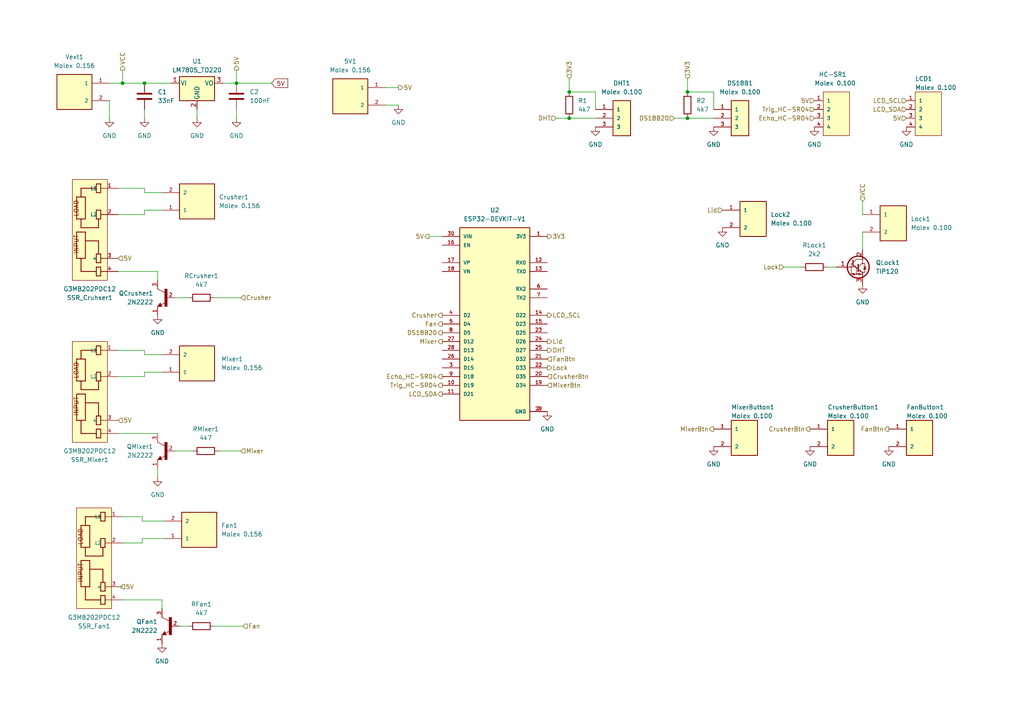
<source format=kicad_sch>
(kicad_sch (version 20230121) (generator eeschema)
  (paper "A4")
  (lib_symbols
    (symbol "2N2222:2N2222" (pin_names (offset 1.016))
      (property "Reference" "Q" (at -10.16 7.62 0))
      (property "Value" "2N2222" (at -10.16 -7.62 0))
      (symbol "2N2222_0_0"
        (rectangle (start -0.254 -2.54) (end 0.508 2.54) (stroke (width 0.1)) (fill (type outline)))
        (polyline (pts (xy 1.27 -2.54) (xy 1.778 -1.524)) (stroke (width 0.1524)))
        (polyline (pts (xy 1.524 -2.413) (xy 2.286 -2.413)) (stroke (width 0.254)))
        (polyline (pts (xy 1.524 -2.286) (xy 1.905 -2.286)) (stroke (width 0.254)))
        (polyline (pts (xy 1.54 -2.04) (xy 0.308 -1.424)) (stroke (width 0.1524)))
        (polyline (pts (xy 1.778 -1.778) (xy 1.524 -2.286)) (stroke (width 0.254)))
        (polyline (pts (xy 1.778 -1.524) (xy 2.54 -2.54)) (stroke (width 0.1524)))
        (polyline (pts (xy 1.905 -2.286) (xy 1.778 -2.032)) (stroke (width 0.254)))
        (polyline (pts (xy 2.286 -2.413) (xy 1.778 -1.778)) (stroke (width 0.254)))
        (polyline (pts (xy 2.54 -2.54) (xy 1.27 -2.54)) (stroke (width 0.1524)))
        (polyline (pts (xy 2.54 2.54) (xy 0.508 1.524)) (stroke (width 0.1524)))
        (pin passive line (at 2.54 -5.08 90) (length 2.54) (name "~") (number "1"))
        (pin passive line (at -2.54 0 0) (length 2.54) (name "~") (number "2"))
        (pin passive line (at 2.54 5.08 270) (length 2.54) (name "~") (number "3"))
      )
    )
    (symbol "Conectores_Molex:Molex_100_2pines" (pin_names (offset 1.016))
      (property "Reference" "P" (at 0 5.086 0))
      (property "Value" "Molex 0.100" (at 0 -7.624 0))
      (symbol "Molex_100_2pines_0_0"
        (rectangle (start 0 5.08) (end 7.62 -5.08) (stroke (width 0.254)) (fill (type background)))
        (pin passive line (at -5.08 2.54 0) (length 5.08) (name "1") (number "1"))
        (pin passive line (at -5.08 -2.54 0) (length 5.08) (name "2") (number "2"))
      )
    )
    (symbol "Conectores_Molex:Molex_100_3pines" (pin_names (offset 1.016))
      (property "Reference" "J" (at -2.5438 5.5964 0))
      (property "Value" "Molex 0.100" (at -2.5433 -7.1213 0))
      (symbol "Molex_100_3pines_0_0"
        (rectangle (start -2.54 -5.08) (end 2.54 5.08) (stroke (width 0.254)) (fill (type background)))
        (pin passive line (at 7.62 2.54 180) (length 5.08) (name "1") (number "1"))
        (pin passive line (at 7.62 0 180) (length 5.08) (name "2") (number "2"))
        (pin passive line (at 7.62 -2.54 180) (length 5.08) (name "3") (number "3"))
      )
    )
    (symbol "Conectores_Molex:Molex_100_4pines" (pin_names (offset 1.016))
      (property "Reference" "J" (at -3.0498 5.5914 0))
      (property "Value" "Molex 0.100" (at -2.5406 -10.1625 0))
      (symbol "Molex_100_4pines_0_0"
        (rectangle (start -2.54 5.08) (end 5.08 -7.62) (stroke (width 0.1524)) (fill (type background)))
        (pin passive line (at -5.08 2.54 0) (length 2.54) (name "1") (number "1"))
        (pin passive line (at -5.08 0 0) (length 2.54) (name "2") (number "2"))
        (pin passive line (at -5.08 -2.54 0) (length 2.54) (name "3") (number "3"))
        (pin passive line (at -5.08 -5.08 0) (length 2.54) (name "4") (number "4"))
      )
    )
    (symbol "Conectores_Molex:Molex_156_2pines" (pin_names (offset 1.016))
      (property "Reference" "J" (at -5.0839 5.3381 0))
      (property "Value" "Molex 0.156" (at -5.0864 -7.6295 0))
      (symbol "Molex_156_2pines_0_0"
        (rectangle (start -5.08 -5.08) (end 5.08 5.08) (stroke (width 0.254)) (fill (type background)))
        (pin passive line (at 10.16 2.54 180) (length 5.08) (name "1") (number "1"))
        (pin passive line (at 10.16 -2.54 180) (length 5.08) (name "2") (number "2"))
      )
    )
    (symbol "Device:C" (pin_numbers hide) (pin_names (offset 0.254))
      (property "Reference" "C" (at 0.635 2.54 0))
      (property "Value" "C" (at 0.635 -2.54 0))
      (symbol "C_0_1"
        (polyline (pts (xy -2.032 -0.762) (xy 2.032 -0.762)) (stroke (width 0.508)))
        (polyline (pts (xy -2.032 0.762) (xy 2.032 0.762)) (stroke (width 0.508)))
      )
      (symbol "C_1_1"
        (pin passive line (at 0 3.81 270) (length 2.794) (name "~") (number "1"))
        (pin passive line (at 0 -3.81 90) (length 2.794) (name "~") (number "2"))
      )
    )
    (symbol "Device:R" (pin_numbers hide) (pin_names (offset 0))
      (property "Reference" "R" (at 2.032 0 90))
      (property "Value" "R" (at 0 0 90))
      (symbol "R_0_1"
        (rectangle (start -1.016 -2.54) (end 1.016 2.54) (stroke (width 0.254)))
      )
      (symbol "R_1_1"
        (pin passive line (at 0 3.81 270) (length 1.27) (name "~") (number "1"))
        (pin passive line (at 0 -3.81 90) (length 1.27) (name "~") (number "2"))
      )
    )
    (symbol "ESP32-DEVKIT-V1:ESP32-DEVKIT-V1" (pin_names (offset 1.016))
      (property "Reference" "U" (at -10.16 30.48 0))
      (property "Value" "ESP32-DEVKIT-V1" (at -10.16 -30.48 0))
      (symbol "ESP32-DEVKIT-V1_0_0"
        (rectangle (start -10.16 -27.94) (end 10.16 27.94) (stroke (width 0.254)) (fill (type background)))
        (pin output line (at 15.24 25.4 180) (length 5.08) (name "3V3") (number "1"))
        (pin bidirectional line (at -15.24 -17.78 0) (length 5.08) (name "D19") (number "10"))
        (pin bidirectional line (at -15.24 -20.32 0) (length 5.08) (name "D21") (number "11"))
        (pin input line (at 15.24 17.78 180) (length 5.08) (name "RX0") (number "12"))
        (pin output line (at 15.24 15.24 180) (length 5.08) (name "TX0") (number "13"))
        (pin bidirectional line (at 15.24 2.54 180) (length 5.08) (name "D22") (number "14"))
        (pin bidirectional line (at 15.24 0 180) (length 5.08) (name "D23") (number "15"))
        (pin input line (at -15.24 22.86 0) (length 5.08) (name "EN") (number "16"))
        (pin bidirectional line (at -15.24 17.78 0) (length 5.08) (name "VP") (number "17"))
        (pin bidirectional line (at -15.24 15.24 0) (length 5.08) (name "VN") (number "18"))
        (pin bidirectional line (at 15.24 -17.78 180) (length 5.08) (name "D34") (number "19"))
        (pin power_in line (at 15.24 -25.4 180) (length 5.08) (name "GND") (number "2"))
        (pin bidirectional line (at 15.24 -15.24 180) (length 5.08) (name "D35") (number "20"))
        (pin bidirectional line (at 15.24 -10.16 180) (length 5.08) (name "D32") (number "21"))
        (pin bidirectional line (at 15.24 -12.7 180) (length 5.08) (name "D33") (number "22"))
        (pin bidirectional line (at 15.24 -2.54 180) (length 5.08) (name "D25") (number "23"))
        (pin bidirectional line (at 15.24 -5.08 180) (length 5.08) (name "D26") (number "24"))
        (pin bidirectional line (at 15.24 -7.62 180) (length 5.08) (name "D27") (number "25"))
        (pin bidirectional line (at -15.24 -10.16 0) (length 5.08) (name "D14") (number "26"))
        (pin bidirectional line (at -15.24 -5.08 0) (length 5.08) (name "D12") (number "27"))
        (pin bidirectional line (at -15.24 -7.62 0) (length 5.08) (name "D13") (number "28"))
        (pin power_in line (at 15.24 -25.4 180) (length 5.08) (name "GND") (number "29"))
        (pin bidirectional line (at -15.24 -12.7 0) (length 5.08) (name "D15") (number "3"))
        (pin input line (at -15.24 25.4 0) (length 5.08) (name "VIN") (number "30"))
        (pin bidirectional line (at -15.24 2.54 0) (length 5.08) (name "D2") (number "4"))
        (pin bidirectional line (at -15.24 0 0) (length 5.08) (name "D4") (number "5"))
        (pin input line (at 15.24 10.16 180) (length 5.08) (name "RX2") (number "6"))
        (pin output line (at 15.24 7.62 180) (length 5.08) (name "TX2") (number "7"))
        (pin bidirectional line (at -15.24 -2.54 0) (length 5.08) (name "D5") (number "8"))
        (pin bidirectional line (at -15.24 -15.24 0) (length 5.08) (name "D18") (number "9"))
      )
    )
    (symbol "G3MB202PDC12:G3MB202PDC12" (pin_names (offset 1.016))
      (property "Reference" "K" (at -4.4639 5.7277 0))
      (property "Value" "G3MB202PDC12" (at -4.4727 -7.0055 0))
      (symbol "G3MB202PDC12_0_0"
        (rectangle (start -15.24 -5.08) (end 13.97 5.08) (stroke (width 0.1524)) (fill (type background)))
        (polyline (pts (xy -13.97 1.905) (xy -13.97 3.175)) (stroke (width 0.254)))
        (polyline (pts (xy -13.97 3.175) (xy -11.43 3.175)) (stroke (width 0.254)))
        (polyline (pts (xy -12.7 1.905) (xy -13.97 1.905)) (stroke (width 0.254)))
        (polyline (pts (xy -12.7 1.905) (xy -12.7 -2.54)) (stroke (width 0.254)))
        (polyline (pts (xy -11.43 1.905) (xy -12.7 1.905)) (stroke (width 0.254)))
        (polyline (pts (xy -11.43 3.175) (xy -11.43 1.905)) (stroke (width 0.254)))
        (polyline (pts (xy -10.16 1.905) (xy -10.16 3.175)) (stroke (width 0.254)))
        (polyline (pts (xy -10.16 3.175) (xy -7.62 3.175)) (stroke (width 0.254)))
        (polyline (pts (xy -8.89 -3.81) (xy -8.89 -2.54)) (stroke (width 0.254)))
        (polyline (pts (xy -8.89 -2.54) (xy -12.7 -2.54)) (stroke (width 0.254)))
        (polyline (pts (xy -8.89 -2.54) (xy -8.89 -1.27)) (stroke (width 0.254)))
        (polyline (pts (xy -8.89 -1.27) (xy -3.81 -1.27)) (stroke (width 0.254)))
        (polyline (pts (xy -7.62 1.905) (xy -10.16 1.905)) (stroke (width 0.254)))
        (polyline (pts (xy -7.62 3.175) (xy -7.62 1.905)) (stroke (width 0.254)))
        (polyline (pts (xy -3.81 -1.27) (xy -3.81 2.54)) (stroke (width 0.254)))
        (polyline (pts (xy -3.81 -1.27) (xy -1.27 -1.27)) (stroke (width 0.254)))
        (polyline (pts (xy -3.81 2.54) (xy -7.62 2.54)) (stroke (width 0.254)))
        (polyline (pts (xy -1.27 -3.81) (xy -8.89 -3.81)) (stroke (width 0.254)))
        (polyline (pts (xy -1.27 -1.27) (xy -1.27 -3.81)) (stroke (width 0.254)))
        (polyline (pts (xy 0 -2.54) (xy 0 2.54)) (stroke (width 0.254)))
        (polyline (pts (xy 0 2.54) (xy 2.54 2.54)) (stroke (width 0.254)))
        (polyline (pts (xy 2.54 -3.81) (xy 8.89 -3.81)) (stroke (width 0.254)))
        (polyline (pts (xy 2.54 -2.54) (xy 0 -2.54)) (stroke (width 0.254)))
        (polyline (pts (xy 2.54 -2.54) (xy 2.54 -3.81)) (stroke (width 0.254)))
        (polyline (pts (xy 2.54 -1.27) (xy 2.54 -2.54)) (stroke (width 0.254)))
        (polyline (pts (xy 2.54 1.905) (xy 5.08 1.905)) (stroke (width 0.254)))
        (polyline (pts (xy 2.54 3.175) (xy 2.54 1.905)) (stroke (width 0.254)))
        (polyline (pts (xy 5.08 1.905) (xy 5.08 3.175)) (stroke (width 0.254)))
        (polyline (pts (xy 5.08 3.175) (xy 2.54 3.175)) (stroke (width 0.254)))
        (polyline (pts (xy 8.89 -3.81) (xy 8.89 -2.54)) (stroke (width 0.254)))
        (polyline (pts (xy 8.89 -2.54) (xy 8.89 -1.27)) (stroke (width 0.254)))
        (polyline (pts (xy 8.89 -2.54) (xy 11.43 -2.54)) (stroke (width 0.254)))
        (polyline (pts (xy 8.89 -1.27) (xy 2.54 -1.27)) (stroke (width 0.254)))
        (polyline (pts (xy 10.16 1.905) (xy 11.43 1.905)) (stroke (width 0.254)))
        (polyline (pts (xy 10.16 3.175) (xy 10.16 1.905)) (stroke (width 0.254)))
        (polyline (pts (xy 11.43 1.905) (xy 11.43 -2.54)) (stroke (width 0.254)))
        (polyline (pts (xy 11.43 1.905) (xy 12.7 1.905)) (stroke (width 0.254)))
        (polyline (pts (xy 12.7 1.905) (xy 12.7 3.175)) (stroke (width 0.254)))
        (polyline (pts (xy 12.7 3.175) (xy 10.16 3.175)) (stroke (width 0.254)))
        (text "INPUT" (at -7.6613 -3.1828 0) (effects (font (size 1.2758 1.2758)) (justify left bottom)))
        (text "LOAD" (at 3.187 -3.1766 0) (effects (font (size 1.2727 1.2727)) (justify left bottom)))
        (pin power_in line (at 11.43 8.255 270) (length 5.08) (name "L1") (number "1"))
        (pin power_in line (at 3.81 8.255 270) (length 5.08) (name "L2") (number "2"))
        (pin power_in line (at -8.89 8.255 270) (length 5.08) (name "+") (number "3"))
        (pin power_in line (at -12.7 8.255 270) (length 5.08) (name "-") (number "4"))
      )
    )
    (symbol "Regulator_Linear:LM7805_TO220" (pin_names (offset 0.254))
      (property "Reference" "U" (at -3.81 3.175 0))
      (property "Value" "LM7805_TO220" (at 0 3.175 0))
      (symbol "LM7805_TO220_0_1"
        (rectangle (start -5.08 1.905) (end 5.08 -5.08) (stroke (width 0.254)) (fill (type background)))
      )
      (symbol "LM7805_TO220_1_1"
        (pin power_in line (at -7.62 0 0) (length 2.54) (name "VI") (number "1"))
        (pin power_in line (at 0 -7.62 90) (length 2.54) (name "GND") (number "2"))
        (pin power_out line (at 7.62 0 180) (length 2.54) (name "VO") (number "3"))
      )
    )
    (symbol "Transistor_BJT:TIP120" (pin_names (offset 0) hide)
      (property "Reference" "Q" (at 5.08 1.905 0))
      (property "Value" "TIP120" (at 5.08 0 0))
      (symbol "TIP120_0_1"
        (circle (center -0.762 0) (radius 0.127))
        (polyline (pts (xy -1.27 0) (xy -0.889 0)))
        (polyline (pts (xy 2.54 -2.032) (xy 2.54 -2.54)))
        (polyline (pts (xy 2.54 -1.524) (xy 3.175 -1.524)))
        (polyline (pts (xy 2.794 0.127) (xy 3.556 0.127)))
        (polyline (pts (xy 3.175 -0.635) (xy 3.175 -1.524)))
        (polyline (pts (xy 3.175 1.016) (xy 2.54 1.016)))
        (polyline (pts (xy 3.175 1.016) (xy 3.175 0.127)))
        (polyline (pts (xy -0.254 0.762) (xy 0.762 -0.254) (xy 1.27 -0.254)))
        (polyline (pts (xy -0.254 1.016) (xy -0.762 1.016) (xy -0.762 -2.032)))
        (polyline (pts (xy -0.254 1.27) (xy 0.762 2.286) (xy 2.54 2.286)))
        (polyline (pts (xy -0.254 2.032) (xy -0.254 0) (xy -0.254 0)) (stroke (width 0.3048)))
        (polyline (pts (xy 1.27 0.762) (xy 1.27 -1.27) (xy 1.27 -1.27)) (stroke (width 0.381)))
        (polyline (pts (xy 0.635 -0.127) (xy 0.381 0.381) (xy 0.127 0.127) (xy 0.635 -0.127)))
        (polyline (pts (xy 1.27 -0.508) (xy 2.286 -1.524) (xy 2.54 -1.524) (xy 2.54 -2.032)))
        (polyline (pts (xy 1.27 0) (xy 2.286 1.016) (xy 2.54 1.016) (xy 2.54 2.286)))
        (polyline (pts (xy 2.159 -1.397) (xy 1.905 -0.889) (xy 1.651 -1.143) (xy 2.159 -1.397)))
        (polyline (pts (xy 3.175 0.127) (xy 2.794 -0.635) (xy 3.556 -0.635) (xy 3.175 0.127)) (fill (type outline)))
        (polyline (pts (xy 0.762 -2.032) (xy 0.381 -2.032) (xy 0.254 -2.286) (xy 0.127 -1.778) (xy 0 -2.286) (xy -0.127 -1.778) (xy -0.254 -2.286) (xy -0.381 -1.778) (xy -0.508 -2.032) (xy -0.762 -2.032)))
        (polyline (pts (xy 0.762 -0.254) (xy 0.762 -2.032) (xy 1.143 -2.032) (xy 1.27 -1.778) (xy 1.397 -2.286) (xy 1.524 -1.778) (xy 1.651 -2.286) (xy 1.778 -1.778) (xy 1.905 -2.286) (xy 2.032 -2.032) (xy 2.54 -2.032)))
        (circle (center 0.762 -2.032) (radius 0.127))
        (circle (center 0.762 -0.254) (radius 0.127))
        (circle (center 1.27 0) (radius 3.175) (stroke (width 0.3556)))
        (circle (center 2.54 -2.032) (radius 0.127))
        (circle (center 2.54 -1.524) (radius 0.127))
        (circle (center 2.54 1.016) (radius 0.127))
        (circle (center 2.54 2.286) (radius 0.127))
      )
      (symbol "TIP120_1_1"
        (pin input line (at -5.08 0 0) (length 3.81) (name "B") (number "1"))
        (pin passive line (at 2.54 5.08 270) (length 2.667) (name "C") (number "2"))
        (pin passive line (at 2.54 -5.08 90) (length 2.54) (name "E") (number "3"))
      )
    )
    (symbol "power:GND" (power) (pin_names (offset 0))
      (property "Value" "GND" (at 0 -3.81 0))
      (symbol "GND_0_1"
        (polyline (pts (xy 0 0) (xy 0 -1.27) (xy 1.27 -1.27) (xy 0 -2.54) (xy -1.27 -1.27) (xy 0 -1.27)))
      )
      (symbol "GND_1_1"
        (pin power_in line (at 0 0 270) (length 0) hide (name "GND") (number "1"))
      )
    )
  )
  (junction (at 68.58 24.13))
  (junction (at 41.91 24.13))
  (junction (at 199.39 26.67))
  (junction (at 165.1 34.29))
  (junction (at 165.1 26.67))
  (junction (at 199.39 34.29))
  (junction (at 35.56 24.13))
  (wire (pts (xy 62.23 86.36) (xy 69.85 86.36)))
  (wire (pts (xy 46.99 60.96) (xy 41.91 60.96)))
  (wire (pts (xy 41.91 107.95) (xy 41.91 109.22)))
  (wire (pts (xy 34.29 101.6) (xy 41.91 101.6)))
  (wire (pts (xy 68.58 20.32) (xy 68.58 24.13)))
  (wire (pts (xy 232.41 77.47) (xy 227.33 77.47)))
  (wire (pts (xy 172.72 31.75) (xy 172.72 26.67)))
  (wire (pts (xy 195.58 34.29) (xy 199.39 34.29)))
  (wire (pts (xy 41.91 102.87) (xy 46.99 102.87)))
  (wire (pts (xy 124.46 68.58) (xy 128.27 68.58)))
  (wire (pts (xy 250.19 67.31) (xy 250.19 72.39)))
  (wire (pts (xy 161.29 34.29) (xy 165.1 34.29)))
  (wire (pts (xy 63.5 130.81) (xy 69.85 130.81)))
  (wire (pts (xy 35.56 170.18) (xy 34.925 170.18)))
  (wire (pts (xy 34.29 78.74) (xy 45.72 78.74)))
  (wire (pts (xy 41.91 60.96) (xy 41.91 62.23)))
  (wire (pts (xy 41.91 31.75) (xy 41.91 34.29)))
  (wire (pts (xy 165.1 22.86) (xy 165.1 26.67)))
  (wire (pts (xy 41.91 54.61) (xy 41.91 55.88)))
  (wire (pts (xy 41.91 62.23) (xy 34.29 62.23)))
  (wire (pts (xy 41.275 151.13) (xy 47.625 151.13)))
  (wire (pts (xy 34.29 54.61) (xy 41.91 54.61)))
  (wire (pts (xy 31.75 24.13) (xy 35.56 24.13)))
  (wire (pts (xy 165.1 34.29) (xy 172.72 34.29)))
  (wire (pts (xy 41.91 101.6) (xy 41.91 102.87)))
  (wire (pts (xy 250.19 58.42) (xy 250.19 62.23)))
  (wire (pts (xy 52.07 181.61) (xy 54.61 181.61)))
  (wire (pts (xy 207.01 31.75) (xy 207.01 26.67)))
  (wire (pts (xy 50.8 130.81) (xy 55.88 130.81)))
  (wire (pts (xy 45.72 78.74) (xy 45.72 81.28)))
  (wire (pts (xy 35.56 157.48) (xy 41.275 157.48)))
  (wire (pts (xy 207.01 26.67) (xy 199.39 26.67)))
  (wire (pts (xy 62.23 181.61) (xy 70.485 181.61)))
  (wire (pts (xy 68.58 31.75) (xy 68.58 34.29)))
  (wire (pts (xy 46.99 107.95) (xy 41.91 107.95)))
  (wire (pts (xy 199.39 34.29) (xy 207.01 34.29)))
  (wire (pts (xy 57.15 31.75) (xy 57.15 34.29)))
  (wire (pts (xy 35.56 24.13) (xy 41.91 24.13)))
  (wire (pts (xy 41.275 156.21) (xy 47.625 156.21)))
  (wire (pts (xy 172.72 26.67) (xy 165.1 26.67)))
  (wire (pts (xy 34.29 125.73) (xy 45.72 125.73)))
  (wire (pts (xy 35.56 20.32) (xy 35.56 24.13)))
  (wire (pts (xy 31.75 29.21) (xy 31.75 34.29)))
  (wire (pts (xy 240.03 77.47) (xy 242.57 77.47)))
  (wire (pts (xy 45.72 135.89) (xy 45.72 138.43)))
  (wire (pts (xy 68.58 24.13) (xy 78.74 24.13)))
  (wire (pts (xy 41.275 149.86) (xy 41.275 151.13)))
  (wire (pts (xy 46.99 173.99) (xy 46.99 176.53)))
  (wire (pts (xy 35.56 173.99) (xy 46.99 173.99)))
  (wire (pts (xy 199.39 22.86) (xy 199.39 26.67)))
  (wire (pts (xy 111.76 25.4) (xy 115.57 25.4)))
  (wire (pts (xy 41.91 55.88) (xy 46.99 55.88)))
  (wire (pts (xy 50.8 86.36) (xy 54.61 86.36)))
  (wire (pts (xy 35.56 149.86) (xy 41.275 149.86)))
  (wire (pts (xy 41.91 109.22) (xy 34.29 109.22)))
  (wire (pts (xy 41.275 157.48) (xy 41.275 156.21)))
  (wire (pts (xy 41.91 24.13) (xy 49.53 24.13)))
  (wire (pts (xy 64.77 24.13) (xy 68.58 24.13)))
  (wire (pts (xy 111.76 30.48) (xy 115.57 30.48)))
  (global_label "5V" (shape input) (at 78.74 24.13 0) (property "Intersheetrefs" "${INTERSHEET_REFS}" (effects hide)))
  (hierarchical_label "Crusher" (shape output) (at 128.27 91.44 180))
  (hierarchical_label "LCD_SCL" (shape output) (at 158.75 91.44 0))
  (hierarchical_label "5V" (shape output) (at 124.46 68.58 180))
  (hierarchical_label "LCD_SDA" (shape output) (at 128.27 114.3 180))
  (hierarchical_label "Lock" (shape output) (at 158.75 106.68 0))
  (hierarchical_label "Lid" (shape input) (at 209.55 60.96 180))
  (hierarchical_label "5V" (shape output) (at 68.58 20.32 90))
  (hierarchical_label "DS18B20" (shape input) (at 195.58 34.29 180))
  (hierarchical_label "Echo_HC-SR04" (shape input) (at 236.22 34.29 180))
  (hierarchical_label "LCD_SCL" (shape input) (at 262.89 29.21 180))
  (hierarchical_label "MixerBtn" (shape output) (at 207.01 124.46 180))
  (hierarchical_label "3V3" (shape input) (at 199.39 22.86 90))
  (hierarchical_label "Fan" (shape output) (at 128.27 93.98 180))
  (hierarchical_label "FanBtn" (shape input) (at 158.75 104.14 0))
  (hierarchical_label "Crusher" (shape input) (at 69.85 86.36 0))
  (hierarchical_label "Lock" (shape input) (at 227.33 77.47 180))
  (hierarchical_label "DHT" (shape output) (at 158.75 101.6 0))
  (hierarchical_label "FanBtn" (shape output) (at 257.81 124.46 180))
  (hierarchical_label "MixerBtn" (shape input) (at 158.75 111.76 0))
  (hierarchical_label "VCC" (shape output) (at 35.56 20.32 90))
  (hierarchical_label "DS18B20" (shape output) (at 128.27 96.52 180))
  (hierarchical_label "5V" (shape output) (at 115.57 25.4 0))
  (hierarchical_label "Fan" (shape input) (at 70.485 181.61 0))
  (hierarchical_label "DHT" (shape input) (at 161.29 34.29 180))
  (hierarchical_label "5V" (shape input) (at 34.925 170.18 0))
  (hierarchical_label "Echo_HC-SR04" (shape output) (at 128.27 109.22 180))
  (hierarchical_label "Trig_HC-SR04" (shape input) (at 236.22 31.75 180))
  (hierarchical_label "Trig_HC-SR04" (shape output) (at 128.27 111.76 180))
  (hierarchical_label "5V" (shape input) (at 236.22 29.21 180))
  (hierarchical_label "3V3" (shape output) (at 158.75 68.58 0))
  (hierarchical_label "Lid" (shape output) (at 158.75 99.06 0))
  (hierarchical_label "CrusherBtn" (shape input) (at 158.75 109.22 0))
  (hierarchical_label "5V" (shape input) (at 262.89 34.29 180))
  (hierarchical_label "Mixer" (shape output) (at 128.27 99.06 180))
  (hierarchical_label "Mixer" (shape input) (at 69.85 130.81 0))
  (hierarchical_label "CrusherBtn" (shape output) (at 234.95 124.46 180))
  (hierarchical_label "3V3" (shape input) (at 165.1 22.86 90))
  (hierarchical_label "5V" (shape input) (at 34.29 121.92 0))
  (hierarchical_label "5V" (shape input) (at 34.29 74.93 0))
  (hierarchical_label "VCC" (shape input) (at 250.19 58.42 90))
  (hierarchical_label "LCD_SDA" (shape input) (at 262.89 31.75 180))
  (symbol (lib_id "Device:R") (at 199.39 30.48 0) (unit 1)
    (property "Reference" "R2" (at 201.93 29.21 0) (effects (justify left)))
    (property "Value" "4k7" (at 201.93 31.75 0) (effects (justify left)))
    (property "Footprint" "Resistor_THT:R_Axial_DIN0309_L9.0mm_D3.2mm_P12.70mm_Horizontal" (effects hide))
  )
  (symbol (lib_id "Transistor_BJT:TIP120") (at 247.65 77.47 0) (unit 1)
    (property "Reference" "QLock1" (at 254 76.2 0) (effects (justify left)))
    (property "Value" "TIP120" (at 254 78.74 0) (effects (justify left)))
    (property "Footprint" "Package_TO_SOT_THT:TO-220-3_Vertical" (effects hide))
    (property "Datasheet" "https://www.onsemi.com/pub/Collateral/TIP120-D.PDF" (effects hide))
  )
  (symbol (lib_id "Device:R") (at 165.1 30.48 0) (unit 1)
    (property "Reference" "R1" (at 167.64 29.21 0) (effects (justify left)))
    (property "Value" "4k7" (at 167.64 31.75 0) (effects (justify left)))
    (property "Footprint" "Resistor_THT:R_Axial_DIN0309_L9.0mm_D3.2mm_P12.70mm_Horizontal" (effects hide))
  )
  (symbol (lib_id "Conectores_Molex:Molex_156_2pines") (at 57.785 153.67 180) (unit 1)
    (property "Reference" "Fan1" (at 64.135 152.4 0) (effects (justify right)))
    (property "Value" "Molex 0.156" (at 64.135 154.94 0) (effects (justify right)))
    (property "Footprint" "Conectores_Molex:Molex_156_2pines" (effects hide))
    (property "MF" "Molex" (effects hide))
    (property "Description" "\nConnector Header Through Hole 2 position 0.156 (3.96mm)\n" (effects hide))
    (property "Package" "None" (effects hide))
    (property "Price" "None" (effects hide))
    (property "Check_prices" "https://www.snapeda.com/parts/0026604020/Molex/view-part/?ref=eda" (effects hide))
    (property "STANDARD" "Manufacturer Recommendation" (effects hide))
    (property "PARTREV" "R" (effects hide))
    (property "SnapEDA_Link" "https://www.snapeda.com/parts/0026604020/Molex/view-part/?ref=snap" (effects hide))
    (property "MP" "0026604020" (effects hide))
    (property "Purchase-URL" "https://www.snapeda.com/api/url_track_click_mouser/?unipart_id=702716&manufacturer=Molex&part_name=0026604020&search_term=connector header through hole 2 position 0.156\"" (effects hide))
    (property "Availability" "In Stock" (effects hide))
    (property "MANUFACTURER" "MOLEX" (effects hide))
  )
  (symbol (lib_id "Conectores_Molex:Molex_100_2pines") (at 214.63 63.5 0) (unit 1)
    (property "Reference" "Lock2" (at 223.52 62.23 0) (effects (justify left)))
    (property "Value" "Molex 0.100" (at 223.52 64.77 0) (effects (justify left)))
    (property "Footprint" "Conectores_Molex:Molex_100_2pines" (effects hide))
    (property "MF" "Molex" (effects hide))
    (property "Description" "\nConnector Header Through Hole 2 position 0.100 (2.54mm)\n" (effects hide))
    (property "Package" "None" (effects hide))
    (property "Price" "None" (effects hide))
    (property "Check_prices" "https://www.snapeda.com/parts/0022272021/Molex/view-part/?ref=eda" (effects hide))
    (property "SnapEDA_Link" "https://www.snapeda.com/parts/0022272021/Molex/view-part/?ref=snap" (effects hide))
    (property "MP" "0022272021" (effects hide))
    (property "Purchase-URL" "https://www.snapeda.com/api/url_track_click_mouser/?unipart_id=424357&manufacturer=Molex&part_name=0022272021&search_term=molex connector header through hole 2 position 0.100\"" (effects hide))
    (property "Availability" "In Stock" (effects hide))
    (property "MANUFACTURER" "Molex" (effects hide))
  )
  (symbol (lib_id "Device:R") (at 236.22 77.47 270) (unit 1)
    (property "Reference" "RLock1" (at 236.22 71.12 90))
    (property "Value" "2k2" (at 236.22 73.66 90))
    (property "Footprint" "Resistor_THT:R_Axial_DIN0309_L9.0mm_D3.2mm_P12.70mm_Horizontal" (effects hide))
  )
  (symbol (lib_id "2N2222:2N2222") (at 48.26 86.36 0) (mirror y) (unit 1)
    (property "Reference" "QCrusher1" (at 44.45 85.09 0) (effects (justify left)))
    (property "Value" "2N2222" (at 44.45 87.63 0) (effects (justify left)))
    (property "Footprint" "2N2222:TO127P580H530-3" (effects hide))
    (property "MF" "STMicroelectronics" (effects hide))
    (property "MAXIMUM_PACKAGE_HEIGHT" "7.3 mm" (effects hide))
    (property "Package" "TO-18 Texas Instruments" (effects hide))
    (property "Price" "None" (effects hide))
    (property "Check_prices" "https://www.snapeda.com/parts/2N2222/STMicroelectronics/view-part/?ref=eda" (effects hide))
    (property "STANDARD" "IPC 7351B" (effects hide))
    (property "PARTREV" "January 1989" (effects hide))
    (property "SnapEDA_Link" "https://www.snapeda.com/parts/2N2222/STMicroelectronics/view-part/?ref=snap" (effects hide))
    (property "MP" "2N2222" (effects hide))
    (property "Description" "\nBipolar (BJT) Transistor NPN 30 V 600 mA 250MHz 500 mW Through Hole TO-18\n" (effects hide))
    (property "Availability" "In Stock" (effects hide))
    (property "MANUFACTURER" "STMicroelectronics" (effects hide))
  )
  (symbol (lib_id "power:GND") (at 234.95 129.54 0) (unit 1)
    (property "Reference" "#PWR017" (effects hide))
    (property "Value" "GND" (at 234.95 134.62 0))
  )
  (symbol (lib_id "power:GND") (at 158.75 119.38 0) (unit 1)
    (property "Reference" "#PWR010" (effects hide))
    (property "Value" "GND" (at 158.75 124.46 0))
  )
  (symbol (lib_id "Conectores_Molex:Molex_156_2pines") (at 57.15 105.41 180) (unit 1)
    (property "Reference" "Mixer1" (at 64.135 104.14 0) (effects (justify right)))
    (property "Value" "Molex 0.156" (at 64.135 106.68 0) (effects (justify right)))
    (property "Footprint" "Conectores_Molex:Molex_156_2pines" (effects hide))
    (property "MF" "Molex" (effects hide))
    (property "Description" "\nConnector Header Through Hole 2 position 0.156 (3.96mm)\n" (effects hide))
    (property "Package" "None" (effects hide))
    (property "Price" "None" (effects hide))
    (property "Check_prices" "https://www.snapeda.com/parts/0026604020/Molex/view-part/?ref=eda" (effects hide))
    (property "STANDARD" "Manufacturer Recommendation" (effects hide))
    (property "PARTREV" "R" (effects hide))
    (property "SnapEDA_Link" "https://www.snapeda.com/parts/0026604020/Molex/view-part/?ref=snap" (effects hide))
    (property "MP" "0026604020" (effects hide))
    (property "Purchase-URL" "https://www.snapeda.com/api/url_track_click_mouser/?unipart_id=702716&manufacturer=Molex&part_name=0026604020&search_term=connector header through hole 2 position 0.156\"" (effects hide))
    (property "Availability" "In Stock" (effects hide))
    (property "MANUFACTURER" "MOLEX" (effects hide))
  )
  (symbol (lib_id "power:GND") (at 41.91 34.29 0) (unit 1)
    (property "Reference" "#PWR02" (effects hide))
    (property "Value" "GND" (at 41.91 39.37 0))
  )
  (symbol (lib_id "Conectores_Molex:Molex_100_4pines") (at 267.97 31.75 0) (unit 1)
    (property "Reference" "LCD1" (at 265.43 22.86 0) (effects (justify left)))
    (property "Value" "Molex 0.100" (at 265.43 25.4 0) (effects (justify left)))
    (property "Footprint" "Conectores_Molex:Molex_100_4pines" (effects hide))
    (property "MF" "Molex" (effects hide))
    (property "Description" "\n4 Position Header Spacer Connector 0.100 (2.54mm) Gold, GXT™ Through Hole\n" (effects hide))
    (property "Package" "None" (effects hide))
    (property "Price" "None" (effects hide))
    (property "Check_prices" "https://www.snapeda.com/parts/22-11-2042/Molex/view-part/?ref=eda" (effects hide))
    (property "STANDARD" "Manufacturer Recommendation" (effects hide))
    (property "PARTREV" "BD7" (effects hide))
    (property "SnapEDA_Link" "https://www.snapeda.com/parts/22-11-2042/Molex/view-part/?ref=snap" (effects hide))
    (property "MP" "22-11-2042" (effects hide))
    (property "Availability" "In Stock" (effects hide))
    (property "MANUFACTURER" "MOLEX" (effects hide))
  )
  (symbol (lib_id "Conectores_Molex:Molex_156_2pines") (at 101.6 27.94 0) (unit 1)
    (property "Reference" "5V1" (at 101.6 17.78 0))
    (property "Value" "Molex 0.156" (at 101.6 20.32 0))
    (property "Footprint" "Conectores_Molex:Molex_156_2pines" (effects hide))
    (property "MF" "Molex" (effects hide))
    (property "Description" "\nConnector Header Through Hole 2 position 0.156 (3.96mm)\n" (effects hide))
    (property "Package" "None" (effects hide))
    (property "Price" "None" (effects hide))
    (property "Check_prices" "https://www.snapeda.com/parts/0026604020/Molex/view-part/?ref=eda" (effects hide))
    (property "STANDARD" "Manufacturer Recommendation" (effects hide))
    (property "PARTREV" "R" (effects hide))
    (property "SnapEDA_Link" "https://www.snapeda.com/parts/0026604020/Molex/view-part/?ref=snap" (effects hide))
    (property "MP" "0026604020" (effects hide))
    (property "Purchase-URL" "https://www.snapeda.com/api/url_track_click_mouser/?unipart_id=702716&manufacturer=Molex&part_name=0026604020&search_term=connector header through hole 2 position 0.156\"" (effects hide))
    (property "Availability" "In Stock" (effects hide))
    (property "MANUFACTURER" "MOLEX" (effects hide))
  )
  (symbol (lib_id "Conectores_Molex:Molex_156_2pines") (at 57.15 58.42 180) (unit 1)
    (property "Reference" "Crusher1" (at 63.5 57.15 0) (effects (justify right)))
    (property "Value" "Molex 0.156" (at 63.5 59.69 0) (effects (justify right)))
    (property "Footprint" "Conectores_Molex:Molex_156_2pines" (effects hide))
    (property "MF" "Molex" (effects hide))
    (property "Description" "\nConnector Header Through Hole 2 position 0.156 (3.96mm)\n" (effects hide))
    (property "Package" "None" (effects hide))
    (property "Price" "None" (effects hide))
    (property "Check_prices" "https://www.snapeda.com/parts/0026604020/Molex/view-part/?ref=eda" (effects hide))
    (property "STANDARD" "Manufacturer Recommendation" (effects hide))
    (property "PARTREV" "R" (effects hide))
    (property "SnapEDA_Link" "https://www.snapeda.com/parts/0026604020/Molex/view-part/?ref=snap" (effects hide))
    (property "MP" "0026604020" (effects hide))
    (property "Purchase-URL" "https://www.snapeda.com/api/url_track_click_mouser/?unipart_id=702716&manufacturer=Molex&part_name=0026604020&search_term=connector header through hole 2 position 0.156\"" (effects hide))
    (property "Availability" "In Stock" (effects hide))
    (property "MANUFACTURER" "MOLEX" (effects hide))
  )
  (symbol (lib_id "Conectores_Molex:Molex_100_3pines") (at 214.63 34.29 0) (mirror y) (unit 1)
    (property "Reference" "DS18B1" (at 214.63 24.13 0))
    (property "Value" "Molex 0.100" (at 214.63 26.67 0))
    (property "Footprint" "Conectores_Molex:Molex_100_3pines" (effects hide))
    (property "DigiKey_Part_Number" "WM4112-ND" (effects hide))
    (property "MF" "Molex" (effects hide))
    (property "Purchase-URL" "https://www.snapeda.com/api/url_track_click_mouser/?unipart_id=613100&manufacturer=Molex&part_name=0022272031&search_term=connector header through hole 3 position 0.100\"" (effects hide))
    (property "Package" "None" (effects hide))
    (property "Check_prices" "https://www.snapeda.com/parts/0022272031/Molex/view-part/?ref=eda" (effects hide))
    (property "STANDARD" "MANUFACTURER RECOMMENDATION" (effects hide))
    (property "PARTREV" "BC1" (effects hide))
    (property "SnapEDA_Link" "https://www.snapeda.com/parts/0022272031/Molex/view-part/?ref=snap" (effects hide))
    (property "MP" "0022272031" (effects hide))
    (property "Description" "\nConnector Header Through Hole 3 position 0.100 (2.54mm)\n" (effects hide))
    (property "MANUFACTURER" "MOLEX, LLC" (effects hide))
  )
  (symbol (lib_id "Conectores_Molex:Molex_100_2pines") (at 212.09 127 0) (unit 1)
    (property "Reference" "MixerButton1" (at 212.09 118.11 0) (effects (justify left)))
    (property "Value" "Molex 0.100" (at 212.09 120.65 0) (effects (justify left)))
    (property "Footprint" "Conectores_Molex:Molex_100_2pines" (effects hide))
    (property "MF" "Molex" (effects hide))
    (property "Description" "\nConnector Header Through Hole 2 position 0.100 (2.54mm)\n" (effects hide))
    (property "Package" "None" (effects hide))
    (property "Price" "None" (effects hide))
    (property "Check_prices" "https://www.snapeda.com/parts/0022272021/Molex/view-part/?ref=eda" (effects hide))
    (property "SnapEDA_Link" "https://www.snapeda.com/parts/0022272021/Molex/view-part/?ref=snap" (effects hide))
    (property "MP" "0022272021" (effects hide))
    (property "Purchase-URL" "https://www.snapeda.com/api/url_track_click_mouser/?unipart_id=424357&manufacturer=Molex&part_name=0022272021&search_term=molex connector header through hole 2 position 0.100\"" (effects hide))
    (property "Availability" "In Stock" (effects hide))
    (property "MANUFACTURER" "Molex" (effects hide))
  )
  (symbol (lib_id "power:GND") (at 45.72 138.43 0) (unit 1)
    (property "Reference" "#PWR04" (effects hide))
    (property "Value" "GND" (at 45.72 143.51 0))
  )
  (symbol (lib_id "power:GND") (at 207.01 129.54 0) (unit 1)
    (property "Reference" "#PWR016" (effects hide))
    (property "Value" "GND" (at 207.01 134.62 0))
  )
  (symbol (lib_id "Conectores_Molex:Molex_100_2pines") (at 240.03 127 0) (unit 1)
    (property "Reference" "CrusherButton1" (at 240.03 118.11 0) (effects (justify left)))
    (property "Value" "Molex 0.100" (at 240.03 120.65 0) (effects (justify left)))
    (property "Footprint" "Conectores_Molex:Molex_100_2pines" (effects hide))
    (property "MF" "Molex" (effects hide))
    (property "Description" "\nConnector Header Through Hole 2 position 0.100 (2.54mm)\n" (effects hide))
    (property "Package" "None" (effects hide))
    (property "Price" "None" (effects hide))
    (property "Check_prices" "https://www.snapeda.com/parts/0022272021/Molex/view-part/?ref=eda" (effects hide))
    (property "SnapEDA_Link" "https://www.snapeda.com/parts/0022272021/Molex/view-part/?ref=snap" (effects hide))
    (property "MP" "0022272021" (effects hide))
    (property "Purchase-URL" "https://www.snapeda.com/api/url_track_click_mouser/?unipart_id=424357&manufacturer=Molex&part_name=0022272021&search_term=molex connector header through hole 2 position 0.100\"" (effects hide))
    (property "Availability" "In Stock" (effects hide))
    (property "MANUFACTURER" "Molex" (effects hide))
  )
  (symbol (lib_id "power:GND") (at 262.89 36.83 0) (unit 1)
    (property "Reference" "#PWR015" (effects hide))
    (property "Value" "GND" (at 262.89 41.91 0))
  )
  (symbol (lib_id "Device:C") (at 41.91 27.94 0) (unit 1)
    (property "Reference" "C1" (at 45.72 26.67 0) (effects (justify left)))
    (property "Value" "33nF" (at 45.72 29.21 0) (effects (justify left)))
    (property "Footprint" "Capacitor_THT:C_Radial_D8.0mm_H7.0mm_P3.50mm" (effects hide))
  )
  (symbol (lib_id "ESP32-DEVKIT-V1:ESP32-DEVKIT-V1") (at 143.51 93.98 0) (unit 1)
    (property "Reference" "U2" (at 143.51 60.96 0))
    (property "Value" "ESP32-DEVKIT-V1" (at 143.51 63.5 0))
    (property "Footprint" "ESP32-DEVKIT-V1:MODULE_ESP32_DEVKIT_V1" (effects hide))
    (property "MF" "Do it" (effects hide))
    (property "MAXIMUM_PACKAGE_HEIGHT" "6.8 mm" (effects hide))
    (property "Package" "None" (effects hide))
    (property "Price" "None" (effects hide))
    (property "Check_prices" "https://www.snapeda.com/parts/ESP32-DEVKIT-V1/Do+it/view-part/?ref=eda" (effects hide))
    (property "STANDARD" "Manufacturer Recommendations" (effects hide))
    (property "PARTREV" "N/A" (effects hide))
    (property "SnapEDA_Link" "https://www.snapeda.com/parts/ESP32-DEVKIT-V1/Do+it/view-part/?ref=snap" (effects hide))
    (property "MP" "ESP32-DEVKIT-V1" (effects hide))
    (property "Description" "\nDual core, Wi-Fi: 2.4 GHz up to 150 Mbits/s,BLE (Bluetooth Low Energy) and legacy Bluetooth, 32 bits, Up to 240 MHz\n" (effects hide))
    (property "Availability" "Not in stock" (effects hide))
    (property "MANUFACTURER" "DOIT" (effects hide))
  )
  (symbol (lib_id "G3MB202PDC12:G3MB202PDC12") (at 26.035 66.04 270) (mirror x) (unit 1)
    (property "Reference" "SSR_Cruhser1" (at 26.035 86.36 90))
    (property "Value" "G3MB202PDC12" (at 26.035 83.82 90))
    (property "Footprint" "G3MB202PDC12:RELAY_G3MB202PDC12" (effects hide))
    (property "MF" "Omron Automation and Safety" (effects hide))
    (property "Description" "\nSolid State Relays - PCB Mount 12VDC/100-240VAC 2A\n" (effects hide))
    (property "Package" "SIP-4 Omron Automation" (effects hide))
    (property "Price" "None" (effects hide))
    (property "Check_prices" "https://www.snapeda.com/parts/G3MB-202P-DC12/Omron+Automation+and+Safety/view-part/?ref=eda" (effects hide))
    (property "STANDARD" "Manufacturer Recommendation" (effects hide))
    (property "PARTREV" "N/A" (effects hide))
    (property "SnapEDA_Link" "https://www.snapeda.com/parts/G3MB-202P-DC12/Omron+Automation+and+Safety/view-part/?ref=snap" (effects hide))
    (property "MP" "G3MB-202P-DC12" (effects hide))
    (property "Purchase-URL" "https://www.snapeda.com/api/url_track_click_mouser/?unipart_id=6617368&manufacturer=Omron Automation and Safety&part_name=G3MB-202P-DC12&search_term= g3mb-202p" (effects hide))
    (property "Availability" "In Stock" (effects hide))
    (property "MANUFACTURER" "Omron" (effects hide))
  )
  (symbol (lib_id "2N2222:2N2222") (at 48.26 130.81 0) (mirror y) (unit 1)
    (property "Reference" "QMixer1" (at 44.45 129.54 0) (effects (justify left)))
    (property "Value" "2N2222" (at 44.45 132.08 0) (effects (justify left)))
    (property "Footprint" "2N2222:TO127P580H530-3" (effects hide))
    (property "MF" "STMicroelectronics" (effects hide))
    (property "MAXIMUM_PACKAGE_HEIGHT" "7.3 mm" (effects hide))
    (property "Package" "TO-18 Texas Instruments" (effects hide))
    (property "Price" "None" (effects hide))
    (property "Check_prices" "https://www.snapeda.com/parts/2N2222/STMicroelectronics/view-part/?ref=eda" (effects hide))
    (property "STANDARD" "IPC 7351B" (effects hide))
    (property "PARTREV" "January 1989" (effects hide))
    (property "SnapEDA_Link" "https://www.snapeda.com/parts/2N2222/STMicroelectronics/view-part/?ref=snap" (effects hide))
    (property "MP" "2N2222" (effects hide))
    (property "Description" "\nBipolar (BJT) Transistor NPN 30 V 600 mA 250MHz 500 mW Through Hole TO-18\n" (effects hide))
    (property "Availability" "In Stock" (effects hide))
    (property "MANUFACTURER" "STMicroelectronics" (effects hide))
  )
  (symbol (lib_id "power:GND") (at 257.81 129.54 0) (unit 1)
    (property "Reference" "#PWR018" (effects hide))
    (property "Value" "GND" (at 257.81 134.62 0))
  )
  (symbol (lib_id "power:GND") (at 172.72 36.83 0) (unit 1)
    (property "Reference" "#PWR011" (effects hide))
    (property "Value" "GND" (at 172.72 41.91 0))
  )
  (symbol (lib_id "power:GND") (at 236.22 36.83 0) (unit 1)
    (property "Reference" "#PWR014" (effects hide))
    (property "Value" "GND" (at 236.22 41.91 0))
  )
  (symbol (lib_id "power:GND") (at 209.55 66.04 0) (unit 1)
    (property "Reference" "#PWR013" (effects hide))
    (property "Value" "GND" (at 209.55 71.12 0))
  )
  (symbol (lib_id "Device:C") (at 68.58 27.94 0) (unit 1)
    (property "Reference" "C2" (at 72.39 26.67 0) (effects (justify left)))
    (property "Value" "100nF" (at 72.39 29.21 0) (effects (justify left)))
    (property "Footprint" "Capacitor_THT:C_Radial_D8.0mm_H7.0mm_P3.50mm" (effects hide))
  )
  (symbol (lib_id "power:GND") (at 57.15 34.29 0) (unit 1)
    (property "Reference" "#PWR06" (effects hide))
    (property "Value" "GND" (at 57.15 39.37 0))
  )
  (symbol (lib_id "power:GND") (at 68.58 34.29 0) (unit 1)
    (property "Reference" "#PWR07" (effects hide))
    (property "Value" "GND" (at 68.58 39.37 0))
  )
  (symbol (lib_id "power:GND") (at 250.19 82.55 0) (unit 1)
    (property "Reference" "#PWR09" (effects hide))
    (property "Value" "GND" (at 250.19 87.63 0))
  )
  (symbol (lib_id "power:GND") (at 31.75 34.29 0) (unit 1)
    (property "Reference" "#PWR01" (effects hide))
    (property "Value" "GND" (at 31.75 39.37 0))
  )
  (symbol (lib_id "power:GND") (at 115.57 30.48 0) (unit 1)
    (property "Reference" "#PWR08" (effects hide))
    (property "Value" "GND" (at 115.57 35.56 0))
  )
  (symbol (lib_id "Device:R") (at 58.42 181.61 90) (unit 1)
    (property "Reference" "RFan1" (at 58.42 175.26 90))
    (property "Value" "4k7" (at 58.42 177.8 90))
    (property "Footprint" "Resistor_THT:R_Axial_DIN0309_L9.0mm_D3.2mm_P12.70mm_Horizontal" (effects hide))
  )
  (symbol (lib_id "Conectores_Molex:Molex_100_2pines") (at 255.27 64.77 0) (unit 1)
    (property "Reference" "Lock1" (at 264.16 63.5 0) (effects (justify left)))
    (property "Value" "Molex 0.100" (at 264.16 66.04 0) (effects (justify left)))
    (property "Footprint" "Conectores_Molex:Molex_100_2pines" (effects hide))
    (property "MF" "Molex" (effects hide))
    (property "Description" "\nConnector Header Through Hole 2 position 0.100 (2.54mm)\n" (effects hide))
    (property "Package" "None" (effects hide))
    (property "Price" "None" (effects hide))
    (property "Check_prices" "https://www.snapeda.com/parts/0022272021/Molex/view-part/?ref=eda" (effects hide))
    (property "SnapEDA_Link" "https://www.snapeda.com/parts/0022272021/Molex/view-part/?ref=snap" (effects hide))
    (property "MP" "0022272021" (effects hide))
    (property "Purchase-URL" "https://www.snapeda.com/api/url_track_click_mouser/?unipart_id=424357&manufacturer=Molex&part_name=0022272021&search_term=molex connector header through hole 2 position 0.100\"" (effects hide))
    (property "Availability" "In Stock" (effects hide))
    (property "MANUFACTURER" "Molex" (effects hide))
  )
  (symbol (lib_id "2N2222:2N2222") (at 49.53 181.61 0) (mirror y) (unit 1)
    (property "Reference" "QFan1" (at 45.72 180.34 0) (effects (justify left)))
    (property "Value" "2N2222" (at 45.72 182.88 0) (effects (justify left)))
    (property "Footprint" "2N2222:TO127P580H530-3" (effects hide))
    (property "MF" "STMicroelectronics" (effects hide))
    (property "MAXIMUM_PACKAGE_HEIGHT" "7.3 mm" (effects hide))
    (property "Package" "TO-18 Texas Instruments" (effects hide))
    (property "Price" "None" (effects hide))
    (property "Check_prices" "https://www.snapeda.com/parts/2N2222/STMicroelectronics/view-part/?ref=eda" (effects hide))
    (property "STANDARD" "IPC 7351B" (effects hide))
    (property "PARTREV" "January 1989" (effects hide))
    (property "SnapEDA_Link" "https://www.snapeda.com/parts/2N2222/STMicroelectronics/view-part/?ref=snap" (effects hide))
    (property "MP" "2N2222" (effects hide))
    (property "Description" "\nBipolar (BJT) Transistor NPN 30 V 600 mA 250MHz 500 mW Through Hole TO-18\n" (effects hide))
    (property "Availability" "In Stock" (effects hide))
    (property "MANUFACTURER" "STMicroelectronics" (effects hide))
  )
  (symbol (lib_id "G3MB202PDC12:G3MB202PDC12") (at 26.035 113.03 270) (mirror x) (unit 1)
    (property "Reference" "SSR_Mixer1" (at 26.035 133.35 90))
    (property "Value" "G3MB202PDC12" (at 26.035 130.81 90))
    (property "Footprint" "G3MB202PDC12:RELAY_G3MB202PDC12" (effects hide))
    (property "MF" "Omron Automation and Safety" (effects hide))
    (property "Description" "\nSolid State Relays - PCB Mount 12VDC/100-240VAC 2A\n" (effects hide))
    (property "Package" "SIP-4 Omron Automation" (effects hide))
    (property "Price" "None" (effects hide))
    (property "Check_prices" "https://www.snapeda.com/parts/G3MB-202P-DC12/Omron+Automation+and+Safety/view-part/?ref=eda" (effects hide))
    (property "STANDARD" "Manufacturer Recommendation" (effects hide))
    (property "PARTREV" "N/A" (effects hide))
    (property "SnapEDA_Link" "https://www.snapeda.com/parts/G3MB-202P-DC12/Omron+Automation+and+Safety/view-part/?ref=snap" (effects hide))
    (property "MP" "G3MB-202P-DC12" (effects hide))
    (property "Purchase-URL" "https://www.snapeda.com/api/url_track_click_mouser/?unipart_id=6617368&manufacturer=Omron Automation and Safety&part_name=G3MB-202P-DC12&search_term= g3mb-202p" (effects hide))
    (property "Availability" "In Stock" (effects hide))
    (property "MANUFACTURER" "Omron" (effects hide))
  )
  (symbol (lib_id "Regulator_Linear:LM7805_TO220") (at 57.15 24.13 0) (unit 1)
    (property "Reference" "U1" (at 57.15 17.78 0))
    (property "Value" "LM7805_TO220" (at 57.15 20.32 0))
    (property "Footprint" "Package_TO_SOT_THT:TO-220-3_Vertical" (effects hide))
    (property "Datasheet" "https://www.onsemi.cn/PowerSolutions/document/MC7800-D.PDF" (effects hide))
  )
  (symbol (lib_id "power:GND") (at 207.01 36.83 0) (unit 1)
    (property "Reference" "#PWR012" (effects hide))
    (property "Value" "GND" (at 207.01 41.91 0))
  )
  (symbol (lib_id "Device:R") (at 58.42 86.36 90) (unit 1)
    (property "Reference" "RCrusher1" (at 58.42 80.01 90))
    (property "Value" "4k7" (at 58.42 82.55 90))
    (property "Footprint" "Resistor_THT:R_Axial_DIN0309_L9.0mm_D3.2mm_P12.70mm_Horizontal" (effects hide))
  )
  (symbol (lib_id "Conectores_Molex:Molex_100_3pines") (at 180.34 34.29 0) (mirror y) (unit 1)
    (property "Reference" "DHT1" (at 180.34 24.13 0))
    (property "Value" "Molex 0.100" (at 180.34 26.67 0))
    (property "Footprint" "Conectores_Molex:Molex_100_3pines" (effects hide))
    (property "DigiKey_Part_Number" "WM4112-ND" (effects hide))
    (property "MF" "Molex" (effects hide))
    (property "Purchase-URL" "https://www.snapeda.com/api/url_track_click_mouser/?unipart_id=613100&manufacturer=Molex&part_name=0022272031&search_term=connector header through hole 3 position 0.100\"" (effects hide))
    (property "Package" "None" (effects hide))
    (property "Check_prices" "https://www.snapeda.com/parts/0022272031/Molex/view-part/?ref=eda" (effects hide))
    (property "STANDARD" "MANUFACTURER RECOMMENDATION" (effects hide))
    (property "PARTREV" "BC1" (effects hide))
    (property "SnapEDA_Link" "https://www.snapeda.com/parts/0022272031/Molex/view-part/?ref=snap" (effects hide))
    (property "MP" "0022272031" (effects hide))
    (property "Description" "\nConnector Header Through Hole 3 position 0.100 (2.54mm)\n" (effects hide))
    (property "MANUFACTURER" "MOLEX, LLC" (effects hide))
  )
  (symbol (lib_id "power:GND") (at 45.72 91.44 0) (unit 1)
    (property "Reference" "#PWR03" (effects hide))
    (property "Value" "GND" (at 45.72 96.52 0))
  )
  (symbol (lib_id "G3MB202PDC12:G3MB202PDC12") (at 27.305 161.29 270) (mirror x) (unit 1)
    (property "Reference" "SSR_Fan1" (at 27.305 181.61 90))
    (property "Value" "G3MB202PDC12" (at 27.305 179.07 90))
    (property "Footprint" "G3MB202PDC12:RELAY_G3MB202PDC12" (effects hide))
    (property "MF" "Omron Automation and Safety" (effects hide))
    (property "Description" "\nSolid State Relays - PCB Mount 12VDC/100-240VAC 2A\n" (effects hide))
    (property "Package" "SIP-4 Omron Automation" (effects hide))
    (property "Price" "None" (effects hide))
    (property "Check_prices" "https://www.snapeda.com/parts/G3MB-202P-DC12/Omron+Automation+and+Safety/view-part/?ref=eda" (effects hide))
    (property "STANDARD" "Manufacturer Recommendation" (effects hide))
    (property "PARTREV" "N/A" (effects hide))
    (property "SnapEDA_Link" "https://www.snapeda.com/parts/G3MB-202P-DC12/Omron+Automation+and+Safety/view-part/?ref=snap" (effects hide))
    (property "MP" "G3MB-202P-DC12" (effects hide))
    (property "Purchase-URL" "https://www.snapeda.com/api/url_track_click_mouser/?unipart_id=6617368&manufacturer=Omron Automation and Safety&part_name=G3MB-202P-DC12&search_term= g3mb-202p" (effects hide))
    (property "Availability" "In Stock" (effects hide))
    (property "MANUFACTURER" "Omron" (effects hide))
  )
  (symbol (lib_id "Device:R") (at 59.69 130.81 90) (unit 1)
    (property "Reference" "RMixer1" (at 59.69 124.46 90))
    (property "Value" "4k7" (at 59.69 127 90))
    (property "Footprint" "Resistor_THT:R_Axial_DIN0309_L9.0mm_D3.2mm_P12.70mm_Horizontal" (effects hide))
  )
  (symbol (lib_id "power:GND") (at 46.99 186.69 0) (unit 1)
    (property "Reference" "#PWR05" (effects hide))
    (property "Value" "GND" (at 46.99 191.77 0))
  )
  (symbol (lib_id "Conectores_Molex:Molex_156_2pines") (at 21.59 26.67 0) (unit 1)
    (property "Reference" "Vext1" (at 21.59 16.51 0))
    (property "Value" "Molex 0.156" (at 21.59 19.05 0))
    (property "Footprint" "Conectores_Molex:Molex_156_2pines" (effects hide))
    (property "MF" "Molex" (effects hide))
    (property "Description" "\nConnector Header Through Hole 2 position 0.156 (3.96mm)\n" (effects hide))
    (property "Package" "None" (effects hide))
    (property "Price" "None" (effects hide))
    (property "Check_prices" "https://www.snapeda.com/parts/0026604020/Molex/view-part/?ref=eda" (effects hide))
    (property "STANDARD" "Manufacturer Recommendation" (effects hide))
    (property "PARTREV" "R" (effects hide))
    (property "SnapEDA_Link" "https://www.snapeda.com/parts/0026604020/Molex/view-part/?ref=snap" (effects hide))
    (property "MP" "0026604020" (effects hide))
    (property "Purchase-URL" "https://www.snapeda.com/api/url_track_click_mouser/?unipart_id=702716&manufacturer=Molex&part_name=0026604020&search_term=connector header through hole 2 position 0.156\"" (effects hide))
    (property "Availability" "In Stock" (effects hide))
    (property "MANUFACTURER" "MOLEX" (effects hide))
  )
  (symbol (lib_id "Conectores_Molex:Molex_100_4pines") (at 241.3 31.75 0) (unit 1)
    (property "Reference" "HC-SR1" (at 237.49 21.59 0) (effects (justify left)))
    (property "Value" "Molex 0.100" (at 236.22 24.13 0) (effects (justify left)))
    (property "Footprint" "Conectores_Molex:Molex_100_4pines" (effects hide))
    (property "MF" "Molex" (effects hide))
    (property "Description" "\n4 Position Header Spacer Connector 0.100 (2.54mm) Gold, GXT™ Through Hole\n" (effects hide))
    (property "Package" "None" (effects hide))
    (property "Price" "None" (effects hide))
    (property "Check_prices" "https://www.snapeda.com/parts/22-11-2042/Molex/view-part/?ref=eda" (effects hide))
    (property "STANDARD" "Manufacturer Recommendation" (effects hide))
    (property "PARTREV" "BD7" (effects hide))
    (property "SnapEDA_Link" "https://www.snapeda.com/parts/22-11-2042/Molex/view-part/?ref=snap" (effects hide))
    (property "MP" "22-11-2042" (effects hide))
    (property "Availability" "In Stock" (effects hide))
    (property "MANUFACTURER" "MOLEX" (effects hide))
  )
  (symbol (lib_id "Conectores_Molex:Molex_100_2pines") (at 262.89 127 0) (unit 1)
    (property "Reference" "FanButton1" (at 262.89 118.11 0) (effects (justify left)))
    (property "Value" "Molex 0.100" (at 262.89 120.65 0) (effects (justify left)))
    (property "Footprint" "Conectores_Molex:Molex_100_2pines" (effects hide))
    (property "MF" "Molex" (effects hide))
    (property "Description" "\nConnector Header Through Hole 2 position 0.100 (2.54mm)\n" (effects hide))
    (property "Package" "None" (effects hide))
    (property "Price" "None" (effects hide))
    (property "Check_prices" "https://www.snapeda.com/parts/0022272021/Molex/view-part/?ref=eda" (effects hide))
    (property "SnapEDA_Link" "https://www.snapeda.com/parts/0022272021/Molex/view-part/?ref=snap" (effects hide))
    (property "MP" "0022272021" (effects hide))
    (property "Purchase-URL" "https://www.snapeda.com/api/url_track_click_mouser/?unipart_id=424357&manufacturer=Molex&part_name=0022272021&search_term=molex connector header through hole 2 position 0.100\"" (effects hide))
    (property "Availability" "In Stock" (effects hide))
    (property "MANUFACTURER" "Molex" (effects hide))
  )
)
</source>
